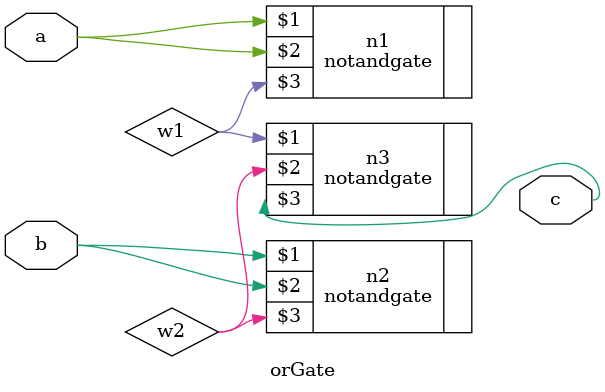
<source format=v>
`include "NotAndGate.v"

module orGate(a, b, c);

    input a, b;
    output c;

    wire w1, w2;

    notandgate n1(a, a, w1);
    notandgate n2(b, b, w2);
    notandgate n3(w1, w2, c);

endmodule
</source>
